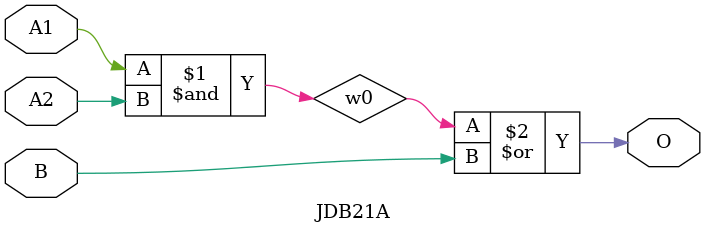
<source format=v>
module JDB21A(A1, A2, B, O);
input   A1;
input   A2;
input   B;
output  O;
and g0(w0, A1, A2);
or g1(O, w0, B);
endmodule
</source>
